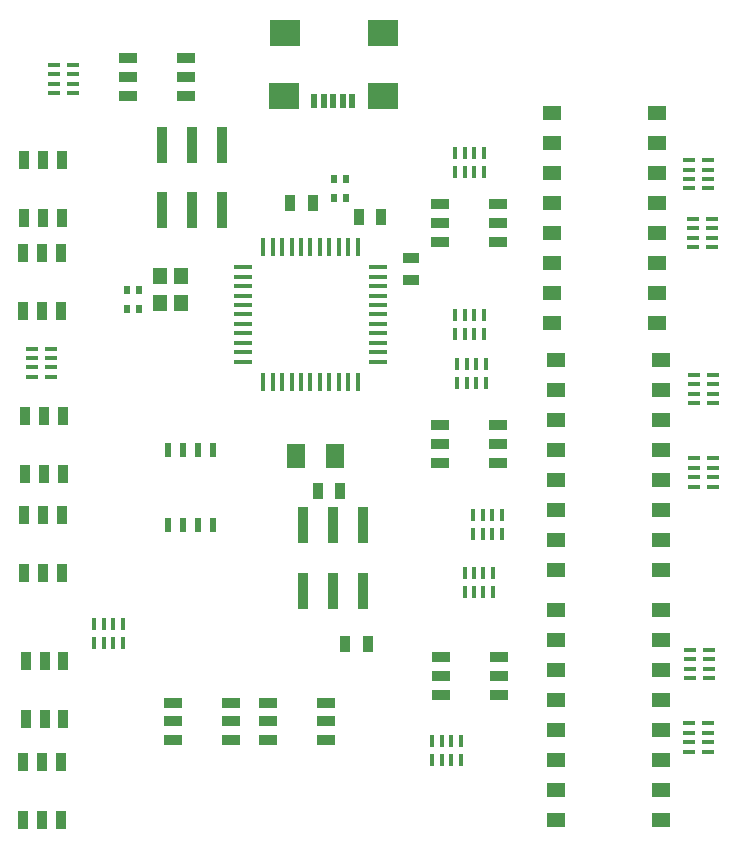
<source format=gtp>
G04 (created by PCBNEW (2013-jul-07)-stable) date Tue 19 May 2015 11:36:52 PM EDT*
%MOIN*%
G04 Gerber Fmt 3.4, Leading zero omitted, Abs format*
%FSLAX34Y34*%
G01*
G70*
G90*
G04 APERTURE LIST*
%ADD10C,0.00590551*%
%ADD11R,0.047X0.055*%
%ADD12R,0.0984X0.0866*%
%ADD13R,0.0197X0.0492*%
%ADD14R,0.06X0.016*%
%ADD15R,0.016X0.06*%
%ADD16R,0.035X0.055*%
%ADD17R,0.055X0.035*%
%ADD18R,0.038X0.119*%
%ADD19R,0.015748X0.0393701*%
%ADD20R,0.0393701X0.015748*%
%ADD21R,0.023622X0.0275591*%
%ADD22R,0.0633X0.0354*%
%ADD23R,0.0354X0.0633*%
%ADD24R,0.0590551X0.0511811*%
%ADD25R,0.02X0.045*%
%ADD26R,0.06X0.08*%
G04 APERTURE END LIST*
G54D10*
G54D11*
X61271Y-51717D03*
X61941Y-51717D03*
X61941Y-50817D03*
X61271Y-50817D03*
G54D12*
X65421Y-42705D03*
X68689Y-42705D03*
X65380Y-44792D03*
G54D13*
X66719Y-44989D03*
X67034Y-44989D03*
X66404Y-44989D03*
X67349Y-44989D03*
X67664Y-44989D03*
G54D12*
X68688Y-44792D03*
G54D14*
X68523Y-52087D03*
X68523Y-51772D03*
X68523Y-51457D03*
X68523Y-51142D03*
X68523Y-50827D03*
X68523Y-50512D03*
X68523Y-52402D03*
X68523Y-52717D03*
X68523Y-53032D03*
X68523Y-53347D03*
X68523Y-53662D03*
X64023Y-52087D03*
X64023Y-51772D03*
X64023Y-51457D03*
X64023Y-51142D03*
X64023Y-50827D03*
X64023Y-50512D03*
X64023Y-52402D03*
X64023Y-52717D03*
X64023Y-53032D03*
X64023Y-53347D03*
X64023Y-53662D03*
G54D15*
X66273Y-49837D03*
X66273Y-54337D03*
X65958Y-49837D03*
X65958Y-54337D03*
X65643Y-54337D03*
X65643Y-49837D03*
X65328Y-49837D03*
X65328Y-54337D03*
X65013Y-54337D03*
X65013Y-49837D03*
X64698Y-49837D03*
X64698Y-54337D03*
X66588Y-54337D03*
X66588Y-49837D03*
X66903Y-49837D03*
X66903Y-54337D03*
X67218Y-54337D03*
X67218Y-49837D03*
X67533Y-49837D03*
X67533Y-54337D03*
X67848Y-54337D03*
X67848Y-49837D03*
G54D16*
X68626Y-48847D03*
X67876Y-48847D03*
X66347Y-48381D03*
X65597Y-48381D03*
G54D17*
X69635Y-50198D03*
X69635Y-50948D03*
G54D18*
X66015Y-59111D03*
X67015Y-59111D03*
X68015Y-59111D03*
X66015Y-61291D03*
X67015Y-61291D03*
X68015Y-61291D03*
X61320Y-46432D03*
X62320Y-46432D03*
X63320Y-46432D03*
X61320Y-48612D03*
X62320Y-48612D03*
X63320Y-48612D03*
G54D19*
X59074Y-63041D03*
X59389Y-63041D03*
X59704Y-63041D03*
X60019Y-63041D03*
X60019Y-62411D03*
X59704Y-62411D03*
X59389Y-62411D03*
X59074Y-62411D03*
X71411Y-61335D03*
X71726Y-61335D03*
X72040Y-61335D03*
X72355Y-61335D03*
X72355Y-60706D03*
X72040Y-60706D03*
X71726Y-60706D03*
X71411Y-60706D03*
G54D20*
X57616Y-54171D03*
X57616Y-53856D03*
X57616Y-53541D03*
X57616Y-53226D03*
X56986Y-53226D03*
X56986Y-53541D03*
X56986Y-53856D03*
X56986Y-54171D03*
X58359Y-44714D03*
X58359Y-44399D03*
X58359Y-44084D03*
X58359Y-43769D03*
X57729Y-43769D03*
X57729Y-44084D03*
X57729Y-44399D03*
X57729Y-44714D03*
G54D19*
X71171Y-54370D03*
X71486Y-54370D03*
X71801Y-54370D03*
X72116Y-54370D03*
X72116Y-53740D03*
X71801Y-53740D03*
X71486Y-53740D03*
X71171Y-53740D03*
G54D20*
X78893Y-46944D03*
X78893Y-47259D03*
X78893Y-47574D03*
X78893Y-47889D03*
X79523Y-47889D03*
X79523Y-47574D03*
X79523Y-47259D03*
X79523Y-46944D03*
X79067Y-54104D03*
X79067Y-54419D03*
X79067Y-54734D03*
X79067Y-55049D03*
X79697Y-55049D03*
X79697Y-54734D03*
X79697Y-54419D03*
X79697Y-54104D03*
X78927Y-63269D03*
X78927Y-63584D03*
X78927Y-63899D03*
X78927Y-64214D03*
X79557Y-64214D03*
X79557Y-63899D03*
X79557Y-63584D03*
X79557Y-63269D03*
X79012Y-48896D03*
X79012Y-49211D03*
X79012Y-49526D03*
X79012Y-49841D03*
X79642Y-49841D03*
X79642Y-49526D03*
X79642Y-49211D03*
X79642Y-48896D03*
G54D19*
X71103Y-47333D03*
X71418Y-47333D03*
X71733Y-47333D03*
X72048Y-47333D03*
X72048Y-46703D03*
X71733Y-46703D03*
X71418Y-46703D03*
X71103Y-46703D03*
G54D20*
X78893Y-65714D03*
X78893Y-66029D03*
X78893Y-66344D03*
X78893Y-66659D03*
X79523Y-66659D03*
X79523Y-66344D03*
X79523Y-66029D03*
X79523Y-65714D03*
G54D19*
X72045Y-52095D03*
X71730Y-52095D03*
X71415Y-52095D03*
X71100Y-52095D03*
X71100Y-52725D03*
X71415Y-52725D03*
X71730Y-52725D03*
X72045Y-52725D03*
X72649Y-58784D03*
X72334Y-58784D03*
X72019Y-58784D03*
X71704Y-58784D03*
X71704Y-59414D03*
X72019Y-59414D03*
X72334Y-59414D03*
X72649Y-59414D03*
X71275Y-66314D03*
X70960Y-66314D03*
X70645Y-66314D03*
X70330Y-66314D03*
X70330Y-66944D03*
X70645Y-66944D03*
X70960Y-66944D03*
X71275Y-66944D03*
G54D20*
X79067Y-56881D03*
X79067Y-57196D03*
X79067Y-57511D03*
X79067Y-57826D03*
X79697Y-57826D03*
X79697Y-57511D03*
X79697Y-57196D03*
X79697Y-56881D03*
G54D21*
X67058Y-48191D03*
X67058Y-47562D03*
X67451Y-48191D03*
X67451Y-47562D03*
G54D22*
X63609Y-66286D03*
X63609Y-65656D03*
X63609Y-65026D03*
X61677Y-65026D03*
X61677Y-65656D03*
X61677Y-66286D03*
G54D23*
X58038Y-63634D03*
X57408Y-63634D03*
X56778Y-63634D03*
X56778Y-65566D03*
X57408Y-65566D03*
X58038Y-65566D03*
X58020Y-55473D03*
X57390Y-55473D03*
X56760Y-55473D03*
X56760Y-57405D03*
X57390Y-57405D03*
X58020Y-57405D03*
X57976Y-46943D03*
X57346Y-46943D03*
X56716Y-46943D03*
X56716Y-48875D03*
X57346Y-48875D03*
X57976Y-48875D03*
G54D22*
X70592Y-48404D03*
X70592Y-49034D03*
X70592Y-49664D03*
X72524Y-49664D03*
X72524Y-49034D03*
X72524Y-48404D03*
X70591Y-55775D03*
X70591Y-56405D03*
X70591Y-57035D03*
X72523Y-57035D03*
X72523Y-56405D03*
X72523Y-55775D03*
X70614Y-63516D03*
X70614Y-64146D03*
X70614Y-64776D03*
X72546Y-64776D03*
X72546Y-64146D03*
X72546Y-63516D03*
X66787Y-66286D03*
X66787Y-65656D03*
X66787Y-65026D03*
X64855Y-65026D03*
X64855Y-65656D03*
X64855Y-66286D03*
G54D23*
X57961Y-67016D03*
X57331Y-67016D03*
X56701Y-67016D03*
X56701Y-68948D03*
X57331Y-68948D03*
X57961Y-68948D03*
X58000Y-58785D03*
X57370Y-58785D03*
X56740Y-58785D03*
X56740Y-60717D03*
X57370Y-60717D03*
X58000Y-60717D03*
X57946Y-50043D03*
X57316Y-50043D03*
X56686Y-50043D03*
X56686Y-51975D03*
X57316Y-51975D03*
X57946Y-51975D03*
G54D22*
X62119Y-44803D03*
X62119Y-44173D03*
X62119Y-43543D03*
X60187Y-43543D03*
X60187Y-44173D03*
X60187Y-44803D03*
G54D24*
X77963Y-60614D03*
X77963Y-59614D03*
X77963Y-58614D03*
X77963Y-57614D03*
X77963Y-56614D03*
X77963Y-55614D03*
X77963Y-54614D03*
X77963Y-53614D03*
X74463Y-53614D03*
X74463Y-54614D03*
X74463Y-55614D03*
X74463Y-56614D03*
X74463Y-57614D03*
X74463Y-58614D03*
X74463Y-59614D03*
X74463Y-60614D03*
X77836Y-52363D03*
X77836Y-51363D03*
X77836Y-50363D03*
X77836Y-49363D03*
X77836Y-48363D03*
X77836Y-47363D03*
X77836Y-46363D03*
X77836Y-45363D03*
X74336Y-45363D03*
X74336Y-46363D03*
X74336Y-47363D03*
X74336Y-48363D03*
X74336Y-49363D03*
X74336Y-50363D03*
X74336Y-51363D03*
X74336Y-52363D03*
X77951Y-68952D03*
X77951Y-67952D03*
X77951Y-66952D03*
X77951Y-65952D03*
X77951Y-64952D03*
X77951Y-63952D03*
X77951Y-62952D03*
X77951Y-61952D03*
X74451Y-61952D03*
X74451Y-62952D03*
X74451Y-63952D03*
X74451Y-64952D03*
X74451Y-65952D03*
X74451Y-66952D03*
X74451Y-67952D03*
X74451Y-68952D03*
G54D21*
X60552Y-51277D03*
X60552Y-51907D03*
X60158Y-51277D03*
X60158Y-51907D03*
G54D25*
X63039Y-59090D03*
X62539Y-59090D03*
X62039Y-59090D03*
X61539Y-59090D03*
X61539Y-56590D03*
X62039Y-56590D03*
X62539Y-56590D03*
X63039Y-56590D03*
G54D16*
X68189Y-63059D03*
X67439Y-63059D03*
X67264Y-57973D03*
X66514Y-57973D03*
G54D26*
X67091Y-56791D03*
X65791Y-56791D03*
M02*

</source>
